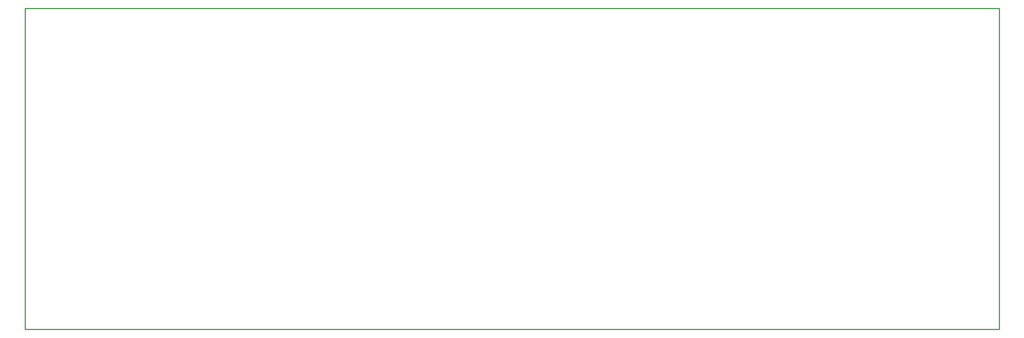
<source format=gbr>
G04 EAGLE Gerber RS-274X export*
G75*
%MOMM*%
%FSLAX34Y34*%
%LPD*%
%IN*%
%IPPOS*%
%AMOC8*
5,1,8,0,0,1.08239X$1,22.5*%
G01*
G04 Define Apertures*
%ADD10C,0.254000*%
D10*
X0Y0D02*
X2267710Y0D01*
X2267710Y747780D01*
X0Y747780D01*
X0Y0D01*
M02*

</source>
